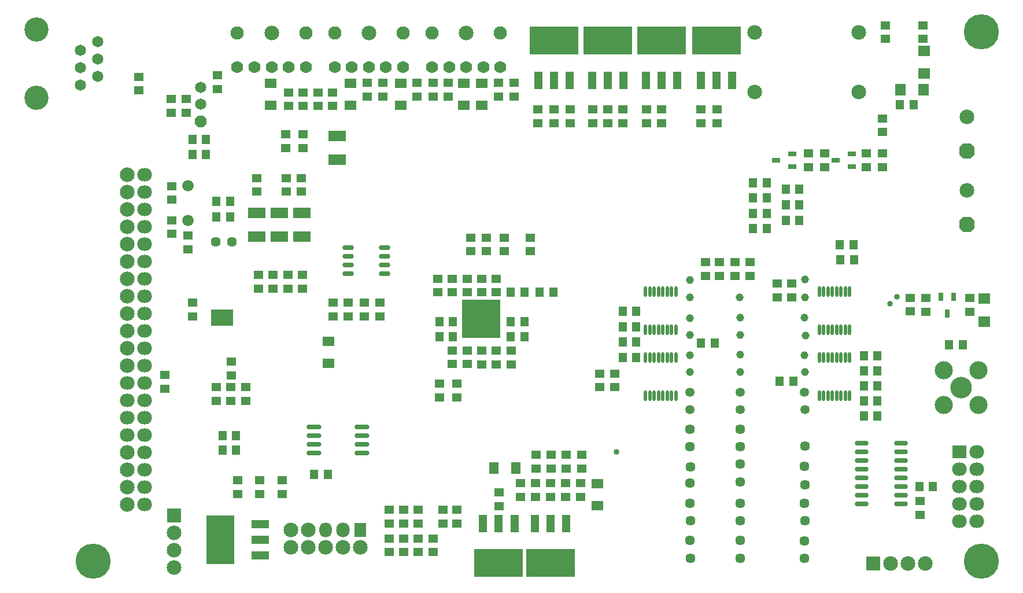
<source format=gbr>
%TF.GenerationSoftware,Altium Limited,Altium Designer,21.1.1 (26)*%
G04 Layer_Color=16711935*
%FSLAX44Y44*%
%MOMM*%
%TF.SameCoordinates,65C39E2D-3F9F-43AC-B9A9-9728AD9587AC*%
%TF.FilePolarity,Negative*%
%TF.FileFunction,Soldermask,Bot*%
%TF.Part,Single*%
G01*
G75*
%TA.AperFunction,NonConductor*%
%ADD102R,3.2750X2.3750*%
%TA.AperFunction,SMDPad,CuDef*%
%ADD103R,1.4000X1.1500*%
%ADD104R,1.1500X0.7500*%
%ADD105R,1.1500X1.4000*%
%ADD106O,2.0000X0.7500*%
%ADD107R,0.7500X1.1500*%
%ADD108R,2.5500X1.5500*%
%ADD109R,1.1500X2.5500*%
%ADD110R,7.1500X4.1500*%
G04:AMPARAMS|DCode=111|XSize=1.7mm|YSize=0.75mm|CornerRadius=0.375mm|HoleSize=0mm|Usage=FLASHONLY|Rotation=0.000|XOffset=0mm|YOffset=0mm|HoleType=Round|Shape=RoundedRectangle|*
%AMROUNDEDRECTD111*
21,1,1.7000,0.0000,0,0,0.0*
21,1,0.9500,0.7500,0,0,0.0*
1,1,0.7500,0.4750,0.0000*
1,1,0.7500,-0.4750,0.0000*
1,1,0.7500,-0.4750,0.0000*
1,1,0.7500,0.4750,0.0000*
%
%ADD111ROUNDEDRECTD111*%
%ADD112O,2.1500X0.7500*%
%ADD113O,0.5000X1.5500*%
%ADD114R,1.7000X1.5000*%
%ADD115R,1.5000X1.7000*%
%ADD116R,1.7500X1.3500*%
%ADD117R,1.3500X1.7500*%
%ADD118R,4.1500X7.1500*%
%ADD119R,2.5500X1.1500*%
%TA.AperFunction,ComponentPad*%
%ADD120R,2.1500X1.9500*%
%ADD121O,2.1500X1.9500*%
%TA.AperFunction,SMDPad,CuDef*%
%ADD122R,5.7032X5.7032*%
%TA.AperFunction,ComponentPad*%
%ADD123C,0.8500*%
%ADD124C,1.6500*%
%ADD125C,2.1500*%
G04:AMPARAMS|DCode=126|XSize=2.15mm|YSize=2.15mm|CornerRadius=0mm|HoleSize=0mm|Usage=FLASHONLY|Rotation=90.000|XOffset=0mm|YOffset=0mm|HoleType=Round|Shape=Octagon|*
%AMOCTAGOND126*
4,1,8,0.5375,1.0750,-0.5375,1.0750,-1.0750,0.5375,-1.0750,-0.5375,-0.5375,-1.0750,0.5375,-1.0750,1.0750,-0.5375,1.0750,0.5375,0.5375,1.0750,0.0*
%
%ADD126OCTAGOND126*%

%ADD127R,1.7500X2.1500*%
%ADD128O,1.9500X2.1500*%
%ADD129O,1.8500X2.1500*%
%ADD130R,2.1500X2.1500*%
%ADD131C,3.1500*%
%ADD132C,2.6500*%
G04:AMPARAMS|DCode=133|XSize=1.65mm|YSize=1.65mm|CornerRadius=0mm|HoleSize=0mm|Usage=FLASHONLY|Rotation=90.000|XOffset=0mm|YOffset=0mm|HoleType=Round|Shape=Octagon|*
%AMOCTAGOND133*
4,1,8,0.4125,0.8250,-0.4125,0.8250,-0.8250,0.4125,-0.8250,-0.4125,-0.4125,-0.8250,0.4125,-0.8250,0.8250,-0.4125,0.8250,0.4125,0.4125,0.8250,0.0*
%
%ADD133OCTAGOND133*%

%ADD134C,1.6740*%
%TA.AperFunction,ViaPad*%
%ADD135C,5.1500*%
%TA.AperFunction,ComponentPad*%
%ADD136R,2.1500X2.1500*%
%ADD137C,1.4500*%
%ADD138C,1.7740*%
%ADD139C,1.9500*%
%TA.AperFunction,ViaPad*%
%ADD140C,0.6500*%
%TA.AperFunction,TestPad*%
%ADD141C,3.5500*%
%TA.AperFunction,ViaPad*%
%ADD142C,1.3500*%
%ADD143C,1.1500*%
%ADD144C,1.4500*%
D102*
X298875Y-448375D02*
D03*
D103*
X1265750Y-157000D02*
D03*
Y-177000D02*
D03*
X1242038Y-228303D02*
D03*
Y-208303D02*
D03*
X1265750Y-228303D02*
D03*
Y-208303D02*
D03*
X1180407Y-228303D02*
D03*
Y-208303D02*
D03*
X1157500D02*
D03*
Y-228303D02*
D03*
X543047Y-791728D02*
D03*
Y-771728D02*
D03*
X564531Y-791728D02*
D03*
Y-771728D02*
D03*
X586016D02*
D03*
Y-791728D02*
D03*
X607500Y-771728D02*
D03*
Y-791728D02*
D03*
X543047Y-729747D02*
D03*
Y-749747D02*
D03*
X564531Y-729747D02*
D03*
Y-749747D02*
D03*
X586016D02*
D03*
Y-729747D02*
D03*
X642559D02*
D03*
Y-749747D02*
D03*
X622109D02*
D03*
Y-729747D02*
D03*
X248250Y-328500D02*
D03*
Y-348500D02*
D03*
X417417Y-180000D02*
D03*
Y-200000D02*
D03*
X642750Y-565000D02*
D03*
Y-545000D02*
D03*
X711750Y-331250D02*
D03*
Y-351250D02*
D03*
X290250Y-550000D02*
D03*
Y-570000D02*
D03*
X333000D02*
D03*
Y-550000D02*
D03*
X749500Y-351250D02*
D03*
Y-331250D02*
D03*
X617000Y-545000D02*
D03*
Y-565000D02*
D03*
X312000Y-532750D02*
D03*
Y-512750D02*
D03*
X311625Y-570000D02*
D03*
Y-550000D02*
D03*
X873500Y-530250D02*
D03*
Y-550250D02*
D03*
X851500Y-530250D02*
D03*
Y-550250D02*
D03*
X255500Y-426750D02*
D03*
Y-446750D02*
D03*
X215000Y-552500D02*
D03*
Y-532500D02*
D03*
X224500Y-148500D02*
D03*
Y-128500D02*
D03*
X246000Y-148500D02*
D03*
Y-128500D02*
D03*
X1393500Y-440000D02*
D03*
Y-420000D02*
D03*
X1306130Y-439500D02*
D03*
Y-419500D02*
D03*
X176480Y-116000D02*
D03*
Y-96000D02*
D03*
X1320250Y-716750D02*
D03*
Y-736750D02*
D03*
X1328821Y-439751D02*
D03*
Y-419751D02*
D03*
X841000Y-163750D02*
D03*
Y-143750D02*
D03*
X863250Y-163750D02*
D03*
Y-143750D02*
D03*
X1006000Y-387250D02*
D03*
Y-367250D02*
D03*
X1027000Y-387250D02*
D03*
Y-367250D02*
D03*
X1050000Y-387250D02*
D03*
Y-367250D02*
D03*
X1111000Y-398750D02*
D03*
Y-418750D02*
D03*
X1071250Y-367250D02*
D03*
Y-387250D02*
D03*
X1132750Y-398750D02*
D03*
Y-418750D02*
D03*
X1270000Y-20500D02*
D03*
Y-40500D02*
D03*
X1325000Y-20500D02*
D03*
Y-40500D02*
D03*
X635687Y-496250D02*
D03*
Y-516250D02*
D03*
X292000Y-93750D02*
D03*
Y-113750D02*
D03*
X1000000Y-163750D02*
D03*
Y-143750D02*
D03*
X1023000D02*
D03*
Y-163750D02*
D03*
X779375Y-710500D02*
D03*
Y-690500D02*
D03*
X780250Y-669250D02*
D03*
Y-649250D02*
D03*
X758250D02*
D03*
Y-669250D02*
D03*
X802250Y-649250D02*
D03*
Y-669250D02*
D03*
X825250D02*
D03*
Y-649250D02*
D03*
X801438Y-690500D02*
D03*
Y-710500D02*
D03*
X823500Y-690500D02*
D03*
Y-710500D02*
D03*
X735500Y-690500D02*
D03*
Y-710500D02*
D03*
X757312Y-690500D02*
D03*
Y-710500D02*
D03*
X703750Y-724000D02*
D03*
Y-704000D02*
D03*
X920111Y-143750D02*
D03*
Y-163750D02*
D03*
X942361D02*
D03*
Y-143750D02*
D03*
X685750Y-351250D02*
D03*
Y-331250D02*
D03*
X657500Y-391500D02*
D03*
Y-411500D02*
D03*
X386250Y-706250D02*
D03*
Y-686250D02*
D03*
X678562Y-516750D02*
D03*
Y-496750D02*
D03*
X321500Y-706250D02*
D03*
Y-686250D02*
D03*
X529750Y-426750D02*
D03*
Y-446750D02*
D03*
X506750Y-426750D02*
D03*
Y-446750D02*
D03*
X351750Y-405750D02*
D03*
Y-385750D02*
D03*
X394917Y-405750D02*
D03*
Y-385750D02*
D03*
X416500Y-405750D02*
D03*
Y-385750D02*
D03*
X349000Y-264250D02*
D03*
Y-244250D02*
D03*
X396000Y-118750D02*
D03*
Y-138750D02*
D03*
X417417Y-118750D02*
D03*
Y-138750D02*
D03*
X438833Y-118750D02*
D03*
Y-138750D02*
D03*
X460250Y-118750D02*
D03*
Y-138750D02*
D03*
X511250Y-124750D02*
D03*
Y-104750D02*
D03*
X533750Y-124750D02*
D03*
Y-104750D02*
D03*
X607500Y-104750D02*
D03*
Y-124750D02*
D03*
X629500D02*
D03*
Y-104750D02*
D03*
X703000D02*
D03*
Y-124750D02*
D03*
X726000D02*
D03*
Y-104750D02*
D03*
X784500Y-143750D02*
D03*
Y-163750D02*
D03*
X760625Y-143750D02*
D03*
Y-163750D02*
D03*
X635687Y-391500D02*
D03*
Y-411500D02*
D03*
X678562Y-391500D02*
D03*
Y-411500D02*
D03*
X700000Y-391500D02*
D03*
Y-411500D02*
D03*
X808375Y-143750D02*
D03*
Y-163750D02*
D03*
X614250Y-391500D02*
D03*
Y-411500D02*
D03*
X885750Y-143750D02*
D03*
Y-163750D02*
D03*
X657500Y-516250D02*
D03*
Y-496250D02*
D03*
X721750Y-516750D02*
D03*
Y-496750D02*
D03*
X700000Y-516750D02*
D03*
Y-496750D02*
D03*
X353500Y-706250D02*
D03*
Y-686250D02*
D03*
X662500Y-351250D02*
D03*
Y-331250D02*
D03*
X461250Y-426750D02*
D03*
Y-446750D02*
D03*
X373333Y-405750D02*
D03*
Y-385750D02*
D03*
X483250Y-426750D02*
D03*
Y-446750D02*
D03*
X584000Y-124750D02*
D03*
Y-104750D02*
D03*
X392250Y-244250D02*
D03*
Y-264250D02*
D03*
X414500Y-244250D02*
D03*
Y-264250D02*
D03*
X391500Y-200000D02*
D03*
Y-180000D02*
D03*
X224750Y-256000D02*
D03*
Y-276000D02*
D03*
X224750Y-306000D02*
D03*
Y-326000D02*
D03*
D104*
X1196981Y-218143D02*
D03*
X1220981Y-227643D02*
D03*
Y-208643D02*
D03*
X1109516Y-218303D02*
D03*
X1133515Y-227803D02*
D03*
Y-208803D02*
D03*
D105*
X1258250Y-591922D02*
D03*
X1238250D02*
D03*
X275250Y-210000D02*
D03*
X255250D02*
D03*
X275250Y-187500D02*
D03*
X255250D02*
D03*
X319250Y-642500D02*
D03*
X299250D02*
D03*
X783500Y-410750D02*
D03*
X763500D02*
D03*
X1203750Y-363500D02*
D03*
X1223750D02*
D03*
X1203250Y-341500D02*
D03*
X1223250D02*
D03*
X319250Y-621250D02*
D03*
X299250D02*
D03*
X1363250Y-488500D02*
D03*
X1383250D02*
D03*
X1319500Y-695250D02*
D03*
X1339500D02*
D03*
X885000Y-506750D02*
D03*
X905000D02*
D03*
X885000Y-484167D02*
D03*
X905000D02*
D03*
Y-461583D02*
D03*
X885000D02*
D03*
Y-439000D02*
D03*
X905000D02*
D03*
X1114750Y-541500D02*
D03*
X1134750D02*
D03*
X1019750Y-486000D02*
D03*
X999750D02*
D03*
X1258250Y-526417D02*
D03*
X1238250D02*
D03*
Y-570250D02*
D03*
X1258250D02*
D03*
X1238250Y-504500D02*
D03*
X1258250D02*
D03*
X1238250Y-548333D02*
D03*
X1258250D02*
D03*
X1291250Y-137000D02*
D03*
X1311250D02*
D03*
X1123750Y-306329D02*
D03*
X1143750D02*
D03*
X1123750Y-260162D02*
D03*
X1143750D02*
D03*
X1123750Y-283412D02*
D03*
X1143750D02*
D03*
X310500Y-278250D02*
D03*
X290500D02*
D03*
X433250Y-677500D02*
D03*
X453250D02*
D03*
X1096000Y-295778D02*
D03*
X1076000D02*
D03*
Y-273305D02*
D03*
X1096000D02*
D03*
X1076000Y-318250D02*
D03*
X1096000D02*
D03*
X1076000Y-250833D02*
D03*
X1096000D02*
D03*
X741500Y-454250D02*
D03*
X721500D02*
D03*
X616750D02*
D03*
X636750D02*
D03*
X741500Y-410750D02*
D03*
X721500D02*
D03*
X616750Y-476250D02*
D03*
X636750D02*
D03*
X741250D02*
D03*
X721250D02*
D03*
X290500Y-301250D02*
D03*
X310500D02*
D03*
D106*
X1235000Y-721420D02*
D03*
Y-708720D02*
D03*
Y-696020D02*
D03*
Y-683320D02*
D03*
Y-670620D02*
D03*
Y-657920D02*
D03*
Y-645220D02*
D03*
Y-632520D02*
D03*
X1293000Y-721420D02*
D03*
Y-708720D02*
D03*
Y-696020D02*
D03*
Y-683320D02*
D03*
Y-670620D02*
D03*
Y-657920D02*
D03*
Y-645220D02*
D03*
Y-632520D02*
D03*
D107*
X1360490Y-442250D02*
D03*
X1369990Y-418250D02*
D03*
X1350990D02*
D03*
D108*
X466750Y-182500D02*
D03*
Y-217500D02*
D03*
X349000Y-295000D02*
D03*
Y-330000D02*
D03*
X382000D02*
D03*
Y-295000D02*
D03*
X415250Y-330000D02*
D03*
Y-295000D02*
D03*
D109*
X965111Y-101000D02*
D03*
X942111D02*
D03*
X919111D02*
D03*
X840083D02*
D03*
X863083D02*
D03*
X886083D02*
D03*
X999250D02*
D03*
X1022250D02*
D03*
X1045250D02*
D03*
X802750Y-749750D02*
D03*
X779750D02*
D03*
X756750D02*
D03*
X726667D02*
D03*
X703667D02*
D03*
X680667D02*
D03*
X807500Y-101000D02*
D03*
X784500D02*
D03*
X761500D02*
D03*
D110*
X942111Y-43000D02*
D03*
X863083D02*
D03*
X1022250D02*
D03*
X779750Y-807749D02*
D03*
X703667D02*
D03*
X784500Y-43000D02*
D03*
D111*
X482850Y-384400D02*
D03*
Y-371700D02*
D03*
Y-359000D02*
D03*
Y-346300D02*
D03*
X536850D02*
D03*
Y-359000D02*
D03*
Y-371700D02*
D03*
Y-384400D02*
D03*
D112*
X503250Y-608200D02*
D03*
Y-620900D02*
D03*
Y-633600D02*
D03*
Y-646300D02*
D03*
X433250Y-608200D02*
D03*
Y-620900D02*
D03*
Y-633600D02*
D03*
Y-646300D02*
D03*
D113*
X918775Y-410250D02*
D03*
X925125D02*
D03*
X931475D02*
D03*
X937825D02*
D03*
X944175D02*
D03*
X950525D02*
D03*
X956875D02*
D03*
X963225D02*
D03*
X918775Y-466250D02*
D03*
X925125D02*
D03*
X931475D02*
D03*
X937825D02*
D03*
X944175D02*
D03*
X950525D02*
D03*
X956875D02*
D03*
X963225D02*
D03*
X1217475Y-562750D02*
D03*
X1211125D02*
D03*
X1204775D02*
D03*
X1198425D02*
D03*
X1192075D02*
D03*
X1185725D02*
D03*
X1179375D02*
D03*
X1173025D02*
D03*
X1217475Y-506750D02*
D03*
X1211125D02*
D03*
X1204775D02*
D03*
X1198425D02*
D03*
X1192075D02*
D03*
X1185725D02*
D03*
X1179375D02*
D03*
X1173025D02*
D03*
X1217475Y-466250D02*
D03*
X1211125D02*
D03*
X1204775D02*
D03*
X1198425D02*
D03*
X1192075D02*
D03*
X1185725D02*
D03*
X1179375D02*
D03*
X1173025D02*
D03*
X1217475Y-410250D02*
D03*
X1211125D02*
D03*
X1204775D02*
D03*
X1198425D02*
D03*
X1192075D02*
D03*
X1185725D02*
D03*
X1179375D02*
D03*
X1173025D02*
D03*
X963225Y-562750D02*
D03*
X956875D02*
D03*
X950525D02*
D03*
X944175D02*
D03*
X937825D02*
D03*
X931475D02*
D03*
X925125D02*
D03*
X918775D02*
D03*
X963225Y-506750D02*
D03*
X956875D02*
D03*
X950525D02*
D03*
X944175D02*
D03*
X937825D02*
D03*
X931475D02*
D03*
X925125D02*
D03*
X918775D02*
D03*
D114*
X1414750Y-454250D02*
D03*
Y-420750D02*
D03*
X1326500Y-58000D02*
D03*
Y-91500D02*
D03*
D115*
X1292000Y-114500D02*
D03*
X1325500D02*
D03*
D116*
X454250Y-515250D02*
D03*
Y-483250D02*
D03*
X847750Y-723250D02*
D03*
Y-691250D02*
D03*
X369750Y-137750D02*
D03*
Y-105750D02*
D03*
X486500Y-105750D02*
D03*
Y-137750D02*
D03*
X560000Y-105750D02*
D03*
Y-137750D02*
D03*
X652750Y-137750D02*
D03*
Y-105750D02*
D03*
X678500Y-137750D02*
D03*
Y-105750D02*
D03*
D117*
X696500Y-668250D02*
D03*
X728500D02*
D03*
D118*
X296250Y-773500D02*
D03*
D119*
X354250Y-796500D02*
D03*
Y-773500D02*
D03*
Y-750500D02*
D03*
D120*
X1377800Y-644950D02*
D03*
D121*
X1403200Y-746550D02*
D03*
Y-695750D02*
D03*
Y-721150D02*
D03*
X1377800Y-746550D02*
D03*
Y-721150D02*
D03*
X1403200Y-644950D02*
D03*
X1377800Y-670350D02*
D03*
X1403200D02*
D03*
X1377800Y-695750D02*
D03*
X185400Y-239200D02*
D03*
Y-264600D02*
D03*
Y-290100D02*
D03*
Y-315400D02*
D03*
Y-340900D02*
D03*
Y-366200D02*
D03*
Y-391600D02*
D03*
Y-417000D02*
D03*
Y-442400D02*
D03*
Y-468000D02*
D03*
X160000Y-544000D02*
D03*
Y-569400D02*
D03*
Y-594800D02*
D03*
Y-620200D02*
D03*
X185400Y-493200D02*
D03*
Y-518600D02*
D03*
Y-544000D02*
D03*
Y-569400D02*
D03*
Y-594800D02*
D03*
Y-620200D02*
D03*
Y-645600D02*
D03*
Y-671000D02*
D03*
Y-696400D02*
D03*
Y-721800D02*
D03*
D122*
X677750Y-449821D02*
D03*
D123*
X1286500Y-418000D02*
D03*
X1276500Y-428000D02*
D03*
X876250Y-645000D02*
D03*
D124*
X116400Y-44650D02*
D03*
X91000Y-57350D02*
D03*
X116400Y-70050D02*
D03*
X91000Y-82750D02*
D03*
X116400Y-95450D02*
D03*
X91000Y-108150D02*
D03*
X267370Y-136220D02*
D03*
Y-111220D02*
D03*
D125*
X1230500Y-118250D02*
D03*
Y-31250D02*
D03*
X1078000D02*
D03*
Y-118250D02*
D03*
X1389250Y-262250D02*
D03*
X399450Y-784700D02*
D03*
X450250D02*
D03*
X424850D02*
D03*
X399450Y-759300D02*
D03*
X424850D02*
D03*
X501050Y-784700D02*
D03*
X475650D02*
D03*
X1302380Y-808000D02*
D03*
X1276980D02*
D03*
X1327780D02*
D03*
X160000Y-239200D02*
D03*
Y-264600D02*
D03*
Y-290000D02*
D03*
Y-315500D02*
D03*
Y-340900D02*
D03*
Y-366300D02*
D03*
Y-391700D02*
D03*
Y-417200D02*
D03*
Y-442600D02*
D03*
Y-468000D02*
D03*
Y-493441D02*
D03*
Y-518600D02*
D03*
Y-645600D02*
D03*
Y-671000D02*
D03*
Y-696400D02*
D03*
Y-721800D02*
D03*
X1388750Y-154250D02*
D03*
X228000Y-814100D02*
D03*
Y-763300D02*
D03*
Y-788700D02*
D03*
X656000Y-32000D02*
D03*
X371000D02*
D03*
X513500D02*
D03*
D126*
X1389250Y-312250D02*
D03*
X1388750Y-204250D02*
D03*
D127*
X501050Y-759300D02*
D03*
D128*
X475650D02*
D03*
D129*
X450250D02*
D03*
D130*
X1251580Y-808000D02*
D03*
D131*
X1380250Y-551250D02*
D03*
D132*
X1405650Y-525850D02*
D03*
Y-576650D02*
D03*
X1354850D02*
D03*
Y-525850D02*
D03*
D133*
X267370Y-161220D02*
D03*
D134*
X248250Y-306250D02*
D03*
X248250Y-255751D02*
D03*
D135*
X1410000Y-30000D02*
D03*
Y-805000D02*
D03*
X110000D02*
D03*
X677750Y-449821D02*
D03*
D136*
X228000Y-737900D02*
D03*
D137*
X313000Y-337250D02*
D03*
X289250D02*
D03*
D138*
X631000Y-82000D02*
D03*
X606000D02*
D03*
X681000D02*
D03*
X706000D02*
D03*
X656000D02*
D03*
X346000D02*
D03*
X321000D02*
D03*
X396000D02*
D03*
X421000D02*
D03*
X371000D02*
D03*
X488500D02*
D03*
X463500D02*
D03*
X538500D02*
D03*
X563500D02*
D03*
X513500D02*
D03*
D139*
X606000Y-32000D02*
D03*
X706000D02*
D03*
X321000D02*
D03*
X421000D02*
D03*
X463500D02*
D03*
X563500D02*
D03*
D140*
X699750Y-471821D02*
D03*
X688750D02*
D03*
X677750D02*
D03*
X666750D02*
D03*
X655750D02*
D03*
X699750Y-460821D02*
D03*
X655750D02*
D03*
X699750Y-449821D02*
D03*
X655750D02*
D03*
X699750Y-438821D02*
D03*
X655750D02*
D03*
X699750Y-427821D02*
D03*
X688750D02*
D03*
X677750D02*
D03*
X666750D02*
D03*
X655750D02*
D03*
D141*
X26900Y-126450D02*
D03*
Y-26450D02*
D03*
D142*
X983250Y-582750D02*
D03*
X1057000D02*
D03*
X1151429Y-557421D02*
D03*
X1057000Y-557250D02*
D03*
X983250D02*
D03*
X1152250Y-583000D02*
D03*
D143*
X1151750Y-392250D02*
D03*
X983958Y-503583D02*
D03*
X983250Y-474000D02*
D03*
X983750Y-449000D02*
D03*
X983250Y-419000D02*
D03*
Y-393500D02*
D03*
X1151429Y-448671D02*
D03*
Y-503046D02*
D03*
X1057000Y-528375D02*
D03*
Y-502875D02*
D03*
Y-474000D02*
D03*
Y-448500D02*
D03*
X1056750Y-419171D02*
D03*
X983250Y-528375D02*
D03*
X1152250Y-418500D02*
D03*
X1153250Y-474250D02*
D03*
X1152000Y-527750D02*
D03*
D144*
X1151429Y-666171D02*
D03*
Y-720546D02*
D03*
Y-774921D02*
D03*
X1057000Y-800250D02*
D03*
Y-774750D02*
D03*
Y-745875D02*
D03*
Y-720375D02*
D03*
Y-688500D02*
D03*
Y-663000D02*
D03*
Y-637125D02*
D03*
Y-611625D02*
D03*
X983250D02*
D03*
X984250Y-667000D02*
D03*
X983375Y-720500D02*
D03*
X983250Y-774750D02*
D03*
X1151500Y-800250D02*
D03*
X1151750Y-745750D02*
D03*
X1152250Y-692750D02*
D03*
X1152000Y-636750D02*
D03*
X984000Y-800250D02*
D03*
Y-745750D02*
D03*
X983750Y-690500D02*
D03*
X983750Y-637000D02*
D03*
%TF.MD5,21f978314d7ab5be050353174a0adef4*%
M02*

</source>
